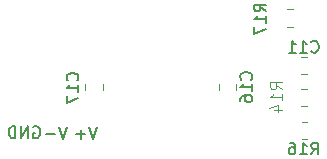
<source format=gbr>
%TF.GenerationSoftware,KiCad,Pcbnew,9.0.0*%
%TF.CreationDate,2025-04-24T23:16:59+03:00*%
%TF.ProjectId,Modular_Filter_kicad,4d6f6475-6c61-4725-9f46-696c7465725f,rev?*%
%TF.SameCoordinates,Original*%
%TF.FileFunction,Legend,Bot*%
%TF.FilePolarity,Positive*%
%FSLAX46Y46*%
G04 Gerber Fmt 4.6, Leading zero omitted, Abs format (unit mm)*
G04 Created by KiCad (PCBNEW 9.0.0) date 2025-04-24 23:16:59*
%MOMM*%
%LPD*%
G01*
G04 APERTURE LIST*
%ADD10C,0.150000*%
%ADD11C,0.125000*%
%ADD12C,0.120000*%
G04 APERTURE END LIST*
D10*
X90280877Y-108826419D02*
X89947544Y-109826419D01*
X89947544Y-109826419D02*
X89614211Y-108826419D01*
X89280877Y-109445466D02*
X88518973Y-109445466D01*
X87455211Y-108823238D02*
X87550449Y-108775619D01*
X87550449Y-108775619D02*
X87693306Y-108775619D01*
X87693306Y-108775619D02*
X87836163Y-108823238D01*
X87836163Y-108823238D02*
X87931401Y-108918476D01*
X87931401Y-108918476D02*
X87979020Y-109013714D01*
X87979020Y-109013714D02*
X88026639Y-109204190D01*
X88026639Y-109204190D02*
X88026639Y-109347047D01*
X88026639Y-109347047D02*
X87979020Y-109537523D01*
X87979020Y-109537523D02*
X87931401Y-109632761D01*
X87931401Y-109632761D02*
X87836163Y-109728000D01*
X87836163Y-109728000D02*
X87693306Y-109775619D01*
X87693306Y-109775619D02*
X87598068Y-109775619D01*
X87598068Y-109775619D02*
X87455211Y-109728000D01*
X87455211Y-109728000D02*
X87407592Y-109680380D01*
X87407592Y-109680380D02*
X87407592Y-109347047D01*
X87407592Y-109347047D02*
X87598068Y-109347047D01*
X86979020Y-109775619D02*
X86979020Y-108775619D01*
X86979020Y-108775619D02*
X86407592Y-109775619D01*
X86407592Y-109775619D02*
X86407592Y-108775619D01*
X85931401Y-109775619D02*
X85931401Y-108775619D01*
X85931401Y-108775619D02*
X85693306Y-108775619D01*
X85693306Y-108775619D02*
X85550449Y-108823238D01*
X85550449Y-108823238D02*
X85455211Y-108918476D01*
X85455211Y-108918476D02*
X85407592Y-109013714D01*
X85407592Y-109013714D02*
X85359973Y-109204190D01*
X85359973Y-109204190D02*
X85359973Y-109347047D01*
X85359973Y-109347047D02*
X85407592Y-109537523D01*
X85407592Y-109537523D02*
X85455211Y-109632761D01*
X85455211Y-109632761D02*
X85550449Y-109728000D01*
X85550449Y-109728000D02*
X85693306Y-109775619D01*
X85693306Y-109775619D02*
X85931401Y-109775619D01*
X92846277Y-108826419D02*
X92512944Y-109826419D01*
X92512944Y-109826419D02*
X92179611Y-108826419D01*
X91846277Y-109445466D02*
X91084373Y-109445466D01*
X91465325Y-109826419D02*
X91465325Y-109064514D01*
X107134819Y-99052142D02*
X106658628Y-98718809D01*
X107134819Y-98480714D02*
X106134819Y-98480714D01*
X106134819Y-98480714D02*
X106134819Y-98861666D01*
X106134819Y-98861666D02*
X106182438Y-98956904D01*
X106182438Y-98956904D02*
X106230057Y-99004523D01*
X106230057Y-99004523D02*
X106325295Y-99052142D01*
X106325295Y-99052142D02*
X106468152Y-99052142D01*
X106468152Y-99052142D02*
X106563390Y-99004523D01*
X106563390Y-99004523D02*
X106611009Y-98956904D01*
X106611009Y-98956904D02*
X106658628Y-98861666D01*
X106658628Y-98861666D02*
X106658628Y-98480714D01*
X107134819Y-100004523D02*
X107134819Y-99433095D01*
X107134819Y-99718809D02*
X106134819Y-99718809D01*
X106134819Y-99718809D02*
X106277676Y-99623571D01*
X106277676Y-99623571D02*
X106372914Y-99528333D01*
X106372914Y-99528333D02*
X106420533Y-99433095D01*
X106134819Y-100337857D02*
X106134819Y-101004523D01*
X106134819Y-101004523D02*
X107134819Y-100575952D01*
X91164580Y-104894142D02*
X91212200Y-104846523D01*
X91212200Y-104846523D02*
X91259819Y-104703666D01*
X91259819Y-104703666D02*
X91259819Y-104608428D01*
X91259819Y-104608428D02*
X91212200Y-104465571D01*
X91212200Y-104465571D02*
X91116961Y-104370333D01*
X91116961Y-104370333D02*
X91021723Y-104322714D01*
X91021723Y-104322714D02*
X90831247Y-104275095D01*
X90831247Y-104275095D02*
X90688390Y-104275095D01*
X90688390Y-104275095D02*
X90497914Y-104322714D01*
X90497914Y-104322714D02*
X90402676Y-104370333D01*
X90402676Y-104370333D02*
X90307438Y-104465571D01*
X90307438Y-104465571D02*
X90259819Y-104608428D01*
X90259819Y-104608428D02*
X90259819Y-104703666D01*
X90259819Y-104703666D02*
X90307438Y-104846523D01*
X90307438Y-104846523D02*
X90355057Y-104894142D01*
X91259819Y-105846523D02*
X91259819Y-105275095D01*
X91259819Y-105560809D02*
X90259819Y-105560809D01*
X90259819Y-105560809D02*
X90402676Y-105465571D01*
X90402676Y-105465571D02*
X90497914Y-105370333D01*
X90497914Y-105370333D02*
X90545533Y-105275095D01*
X90259819Y-106179857D02*
X90259819Y-106846523D01*
X90259819Y-106846523D02*
X91259819Y-106417952D01*
X110980457Y-102442180D02*
X111028076Y-102489800D01*
X111028076Y-102489800D02*
X111170933Y-102537419D01*
X111170933Y-102537419D02*
X111266171Y-102537419D01*
X111266171Y-102537419D02*
X111409028Y-102489800D01*
X111409028Y-102489800D02*
X111504266Y-102394561D01*
X111504266Y-102394561D02*
X111551885Y-102299323D01*
X111551885Y-102299323D02*
X111599504Y-102108847D01*
X111599504Y-102108847D02*
X111599504Y-101965990D01*
X111599504Y-101965990D02*
X111551885Y-101775514D01*
X111551885Y-101775514D02*
X111504266Y-101680276D01*
X111504266Y-101680276D02*
X111409028Y-101585038D01*
X111409028Y-101585038D02*
X111266171Y-101537419D01*
X111266171Y-101537419D02*
X111170933Y-101537419D01*
X111170933Y-101537419D02*
X111028076Y-101585038D01*
X111028076Y-101585038D02*
X110980457Y-101632657D01*
X110028076Y-102537419D02*
X110599504Y-102537419D01*
X110313790Y-102537419D02*
X110313790Y-101537419D01*
X110313790Y-101537419D02*
X110409028Y-101680276D01*
X110409028Y-101680276D02*
X110504266Y-101775514D01*
X110504266Y-101775514D02*
X110599504Y-101823133D01*
X109075695Y-102537419D02*
X109647123Y-102537419D01*
X109361409Y-102537419D02*
X109361409Y-101537419D01*
X109361409Y-101537419D02*
X109456647Y-101680276D01*
X109456647Y-101680276D02*
X109551885Y-101775514D01*
X109551885Y-101775514D02*
X109647123Y-101823133D01*
X105871180Y-104817942D02*
X105918800Y-104770323D01*
X105918800Y-104770323D02*
X105966419Y-104627466D01*
X105966419Y-104627466D02*
X105966419Y-104532228D01*
X105966419Y-104532228D02*
X105918800Y-104389371D01*
X105918800Y-104389371D02*
X105823561Y-104294133D01*
X105823561Y-104294133D02*
X105728323Y-104246514D01*
X105728323Y-104246514D02*
X105537847Y-104198895D01*
X105537847Y-104198895D02*
X105394990Y-104198895D01*
X105394990Y-104198895D02*
X105204514Y-104246514D01*
X105204514Y-104246514D02*
X105109276Y-104294133D01*
X105109276Y-104294133D02*
X105014038Y-104389371D01*
X105014038Y-104389371D02*
X104966419Y-104532228D01*
X104966419Y-104532228D02*
X104966419Y-104627466D01*
X104966419Y-104627466D02*
X105014038Y-104770323D01*
X105014038Y-104770323D02*
X105061657Y-104817942D01*
X105966419Y-105770323D02*
X105966419Y-105198895D01*
X105966419Y-105484609D02*
X104966419Y-105484609D01*
X104966419Y-105484609D02*
X105109276Y-105389371D01*
X105109276Y-105389371D02*
X105204514Y-105294133D01*
X105204514Y-105294133D02*
X105252133Y-105198895D01*
X104966419Y-106627466D02*
X104966419Y-106436990D01*
X104966419Y-106436990D02*
X105014038Y-106341752D01*
X105014038Y-106341752D02*
X105061657Y-106294133D01*
X105061657Y-106294133D02*
X105204514Y-106198895D01*
X105204514Y-106198895D02*
X105394990Y-106151276D01*
X105394990Y-106151276D02*
X105775942Y-106151276D01*
X105775942Y-106151276D02*
X105871180Y-106198895D01*
X105871180Y-106198895D02*
X105918800Y-106246514D01*
X105918800Y-106246514D02*
X105966419Y-106341752D01*
X105966419Y-106341752D02*
X105966419Y-106532228D01*
X105966419Y-106532228D02*
X105918800Y-106627466D01*
X105918800Y-106627466D02*
X105871180Y-106675085D01*
X105871180Y-106675085D02*
X105775942Y-106722704D01*
X105775942Y-106722704D02*
X105537847Y-106722704D01*
X105537847Y-106722704D02*
X105442609Y-106675085D01*
X105442609Y-106675085D02*
X105394990Y-106627466D01*
X105394990Y-106627466D02*
X105347371Y-106532228D01*
X105347371Y-106532228D02*
X105347371Y-106341752D01*
X105347371Y-106341752D02*
X105394990Y-106246514D01*
X105394990Y-106246514D02*
X105442609Y-106198895D01*
X105442609Y-106198895D02*
X105537847Y-106151276D01*
D11*
X108487119Y-105630742D02*
X108010928Y-105297409D01*
X108487119Y-105059314D02*
X107487119Y-105059314D01*
X107487119Y-105059314D02*
X107487119Y-105440266D01*
X107487119Y-105440266D02*
X107534738Y-105535504D01*
X107534738Y-105535504D02*
X107582357Y-105583123D01*
X107582357Y-105583123D02*
X107677595Y-105630742D01*
X107677595Y-105630742D02*
X107820452Y-105630742D01*
X107820452Y-105630742D02*
X107915690Y-105583123D01*
X107915690Y-105583123D02*
X107963309Y-105535504D01*
X107963309Y-105535504D02*
X108010928Y-105440266D01*
X108010928Y-105440266D02*
X108010928Y-105059314D01*
X108487119Y-106583123D02*
X108487119Y-106011695D01*
X108487119Y-106297409D02*
X107487119Y-106297409D01*
X107487119Y-106297409D02*
X107629976Y-106202171D01*
X107629976Y-106202171D02*
X107725214Y-106106933D01*
X107725214Y-106106933D02*
X107772833Y-106011695D01*
X107820452Y-107440266D02*
X108487119Y-107440266D01*
X107439500Y-107202171D02*
X108153785Y-106964076D01*
X108153785Y-106964076D02*
X108153785Y-107583123D01*
D10*
X110959857Y-111151369D02*
X111293190Y-110675178D01*
X111531285Y-111151369D02*
X111531285Y-110151369D01*
X111531285Y-110151369D02*
X111150333Y-110151369D01*
X111150333Y-110151369D02*
X111055095Y-110198988D01*
X111055095Y-110198988D02*
X111007476Y-110246607D01*
X111007476Y-110246607D02*
X110959857Y-110341845D01*
X110959857Y-110341845D02*
X110959857Y-110484702D01*
X110959857Y-110484702D02*
X111007476Y-110579940D01*
X111007476Y-110579940D02*
X111055095Y-110627559D01*
X111055095Y-110627559D02*
X111150333Y-110675178D01*
X111150333Y-110675178D02*
X111531285Y-110675178D01*
X110007476Y-111151369D02*
X110578904Y-111151369D01*
X110293190Y-111151369D02*
X110293190Y-110151369D01*
X110293190Y-110151369D02*
X110388428Y-110294226D01*
X110388428Y-110294226D02*
X110483666Y-110389464D01*
X110483666Y-110389464D02*
X110578904Y-110437083D01*
X109150333Y-110151369D02*
X109340809Y-110151369D01*
X109340809Y-110151369D02*
X109436047Y-110198988D01*
X109436047Y-110198988D02*
X109483666Y-110246607D01*
X109483666Y-110246607D02*
X109578904Y-110389464D01*
X109578904Y-110389464D02*
X109626523Y-110579940D01*
X109626523Y-110579940D02*
X109626523Y-110960892D01*
X109626523Y-110960892D02*
X109578904Y-111056130D01*
X109578904Y-111056130D02*
X109531285Y-111103750D01*
X109531285Y-111103750D02*
X109436047Y-111151369D01*
X109436047Y-111151369D02*
X109245571Y-111151369D01*
X109245571Y-111151369D02*
X109150333Y-111103750D01*
X109150333Y-111103750D02*
X109102714Y-111056130D01*
X109102714Y-111056130D02*
X109055095Y-110960892D01*
X109055095Y-110960892D02*
X109055095Y-110722797D01*
X109055095Y-110722797D02*
X109102714Y-110627559D01*
X109102714Y-110627559D02*
X109150333Y-110579940D01*
X109150333Y-110579940D02*
X109245571Y-110532321D01*
X109245571Y-110532321D02*
X109436047Y-110532321D01*
X109436047Y-110532321D02*
X109531285Y-110579940D01*
X109531285Y-110579940D02*
X109578904Y-110627559D01*
X109578904Y-110627559D02*
X109626523Y-110722797D01*
D12*
%TO.C,R17*%
X108942136Y-98883800D02*
X109396264Y-98883800D01*
X108942136Y-100353800D02*
X109396264Y-100353800D01*
%TO.C,C17*%
X91848000Y-105737252D02*
X91848000Y-105214748D01*
X93318000Y-105737252D02*
X93318000Y-105214748D01*
%TO.C,C11*%
X110649652Y-102897000D02*
X110127148Y-102897000D01*
X110649652Y-104367000D02*
X110127148Y-104367000D01*
%TO.C,C16*%
X103125600Y-105199548D02*
X103125600Y-105722052D01*
X104595600Y-105199548D02*
X104595600Y-105722052D01*
%TO.C,R14*%
X110590064Y-105589400D02*
X110135936Y-105589400D01*
X110590064Y-107059400D02*
X110135936Y-107059400D01*
%TO.C,R16*%
X110615464Y-108383400D02*
X110161336Y-108383400D01*
X110615464Y-109853400D02*
X110161336Y-109853400D01*
%TD*%
M02*

</source>
